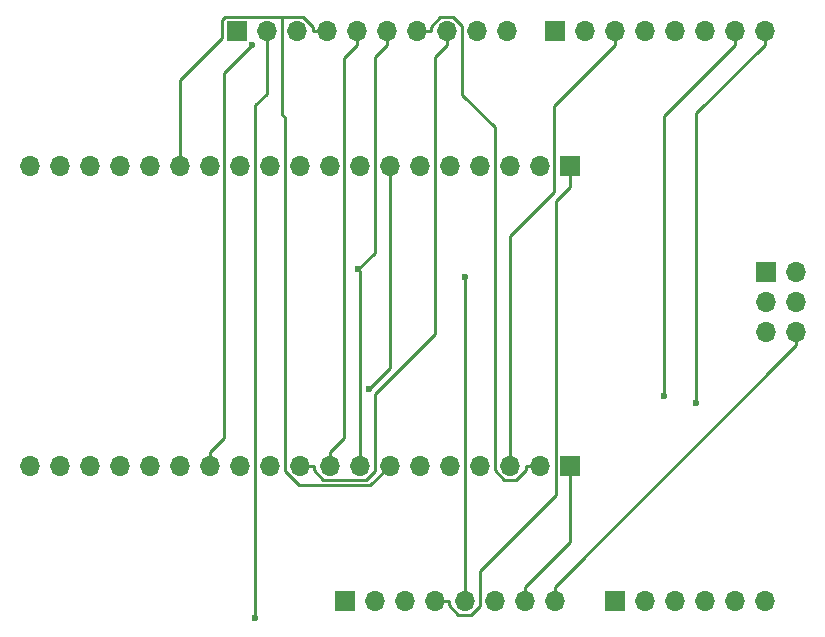
<source format=gbr>
%TF.GenerationSoftware,KiCad,Pcbnew,9.0.0*%
%TF.CreationDate,2025-03-17T21:04:26+02:00*%
%TF.ProjectId,dragino_esp,64726167-696e-46f5-9f65-73702e6b6963,rev?*%
%TF.SameCoordinates,Original*%
%TF.FileFunction,Copper,L2,Bot*%
%TF.FilePolarity,Positive*%
%FSLAX46Y46*%
G04 Gerber Fmt 4.6, Leading zero omitted, Abs format (unit mm)*
G04 Created by KiCad (PCBNEW 9.0.0) date 2025-03-17 21:04:26*
%MOMM*%
%LPD*%
G01*
G04 APERTURE LIST*
%TA.AperFunction,ComponentPad*%
%ADD10O,1.700000X1.700000*%
%TD*%
%TA.AperFunction,ComponentPad*%
%ADD11R,1.700000X1.700000*%
%TD*%
%TA.AperFunction,ViaPad*%
%ADD12C,0.600000*%
%TD*%
%TA.AperFunction,Conductor*%
%ADD13C,0.250000*%
%TD*%
G04 APERTURE END LIST*
D10*
%TO.P,J7,19,Pin_19*%
%TO.N,/CLK!*%
X101270000Y-86010000D03*
%TO.P,J7,18,Pin_18*%
%TO.N,/D0!*%
X103810000Y-86010000D03*
%TO.P,J7,17,Pin_17*%
%TO.N,/D1!*%
X106350000Y-86010000D03*
%TO.P,J7,16,Pin_16*%
%TO.N,DO_A*%
X108890000Y-86010000D03*
%TO.P,J7,15,Pin_15*%
%TO.N,DIO0*%
X111430000Y-86010000D03*
%TO.P,J7,14,Pin_14*%
%TO.N,/0*%
X113970000Y-86010000D03*
%TO.P,J7,13,Pin_13*%
%TO.N,D4*%
X116510000Y-86010000D03*
%TO.P,J7,12,Pin_12*%
%TO.N,SX_TX_ESP_RX*%
X119050000Y-86010000D03*
%TO.P,J7,11,Pin_11*%
%TO.N,SX_RX_ESP_TX*%
X121590000Y-86010000D03*
%TO.P,J7,10,Pin_10*%
%TO.N,CS_A*%
X124130000Y-86010000D03*
%TO.P,J7,9,Pin_9*%
%TO.N,CLK_B*%
X126670000Y-86010000D03*
%TO.P,J7,8,Pin_8*%
%TO.N,DO_A*%
X129210000Y-86010000D03*
%TO.P,J7,7,Pin_7*%
%TO.N,GND*%
X131750000Y-86010000D03*
%TO.P,J7,6,Pin_6*%
%TO.N,1PPS*%
X134290000Y-86010000D03*
%TO.P,J7,5,Pin_5*%
%TO.N,/RX*%
X136830000Y-86010000D03*
%TO.P,J7,4,Pin_4*%
%TO.N,/TX*%
X139370000Y-86010000D03*
%TO.P,J7,3,Pin_3*%
%TO.N,D5*%
X141910000Y-86010000D03*
%TO.P,J7,2,Pin_2*%
%TO.N,DI_B*%
X144450000Y-86010000D03*
D11*
%TO.P,J7,1,Pin_1*%
%TO.N,GND*%
X146990000Y-86010000D03*
%TD*%
%TO.P,J1,1,Pin_1*%
%TO.N,unconnected-(J1-Pin_1-Pad1)*%
X127940000Y-97460000D03*
D10*
%TO.P,J1,2,Pin_2*%
%TO.N,/IOREF*%
X130480000Y-97460000D03*
%TO.P,J1,3,Pin_3*%
%TO.N,/~{RESET}*%
X133020000Y-97460000D03*
%TO.P,J1,4,Pin_4*%
%TO.N,+3.3V*%
X135560000Y-97460000D03*
%TO.P,J1,5,Pin_5*%
%TO.N,+5V*%
X138100000Y-97460000D03*
%TO.P,J1,6,Pin_6*%
%TO.N,GND*%
X140640000Y-97460000D03*
%TO.P,J1,7,Pin_7*%
X143180000Y-97460000D03*
%TO.P,J1,8,Pin_8*%
%TO.N,VCC*%
X145720000Y-97460000D03*
%TD*%
D11*
%TO.P,J3,1,Pin_1*%
%TO.N,/A0*%
X150800000Y-97460000D03*
D10*
%TO.P,J3,2,Pin_2*%
%TO.N,/A1*%
X153340000Y-97460000D03*
%TO.P,J3,3,Pin_3*%
%TO.N,/A2*%
X155880000Y-97460000D03*
%TO.P,J3,4,Pin_4*%
%TO.N,1PPS*%
X158420000Y-97460000D03*
%TO.P,J3,5,Pin_5*%
%TO.N,/SDA{slash}A4*%
X160960000Y-97460000D03*
%TO.P,J3,6,Pin_6*%
%TO.N,/SCL{slash}A5*%
X163500000Y-97460000D03*
%TD*%
D11*
%TO.P,J2,1,Pin_1*%
%TO.N,/SCL{slash}A5*%
X118796000Y-49200000D03*
D10*
%TO.P,J2,2,Pin_2*%
%TO.N,/SDA{slash}A4*%
X121336000Y-49200000D03*
%TO.P,J2,3,Pin_3*%
%TO.N,/AREF*%
X123876000Y-49200000D03*
%TO.P,J2,4,Pin_4*%
%TO.N,GND*%
X126416000Y-49200000D03*
%TO.P,J2,5,Pin_5*%
%TO.N,CLK_B*%
X128956000Y-49200000D03*
%TO.P,J2,6,Pin_6*%
%TO.N,DO_A*%
X131496000Y-49200000D03*
%TO.P,J2,7,Pin_7*%
%TO.N,DI_B*%
X134036000Y-49200000D03*
%TO.P,J2,8,Pin_8*%
%TO.N,CS_A*%
X136576000Y-49200000D03*
%TO.P,J2,9,Pin_9*%
%TO.N,RESET*%
X139116000Y-49200000D03*
%TO.P,J2,10,Pin_10*%
%TO.N,DIO5*%
X141656000Y-49200000D03*
%TD*%
D11*
%TO.P,J4,1,Pin_1*%
%TO.N,DIO2*%
X145720000Y-49200000D03*
D10*
%TO.P,J4,2,Pin_2*%
%TO.N,DIO1*%
X148260000Y-49200000D03*
%TO.P,J4,3,Pin_3*%
%TO.N,D5*%
X150800000Y-49200000D03*
%TO.P,J4,4,Pin_4*%
%TO.N,D4*%
X153340000Y-49200000D03*
%TO.P,J4,5,Pin_5*%
%TO.N,/\u002A3*%
X155880000Y-49200000D03*
%TO.P,J4,6,Pin_6*%
%TO.N,DIO0*%
X158420000Y-49200000D03*
%TO.P,J4,7,Pin_7*%
%TO.N,SX_TX_ESP_RX*%
X160960000Y-49200000D03*
%TO.P,J4,8,Pin_8*%
%TO.N,SX_RX_ESP_TX*%
X163500000Y-49200000D03*
%TD*%
D11*
%TO.P,J5,1,Pin_1*%
%TO.N,DO_A*%
X163600000Y-69570000D03*
D10*
%TO.P,J5,2,Pin_2*%
%TO.N,CLK_A*%
X166140000Y-69570000D03*
%TO.P,J5,3,Pin_3*%
%TO.N,/RST*%
X163600000Y-72110000D03*
%TO.P,J5,4,Pin_4*%
%TO.N,GND*%
X166140000Y-72110000D03*
%TO.P,J5,5,Pin_5*%
%TO.N,CLK_B*%
X163600000Y-74650000D03*
%TO.P,J5,6,Pin_6*%
%TO.N,VCC*%
X166140000Y-74650000D03*
%TD*%
D11*
%TO.P,J6,1,Pin_1*%
%TO.N,+3.3V*%
X146990000Y-60650000D03*
D10*
%TO.P,J6,2,Pin_2*%
%TO.N,/EN*%
X144450000Y-60650000D03*
%TO.P,J6,3,Pin_3*%
%TO.N,/VP*%
X141910000Y-60650000D03*
%TO.P,J6,4,Pin_4*%
%TO.N,/VN*%
X139370000Y-60650000D03*
%TO.P,J6,5,Pin_5*%
%TO.N,/34*%
X136830000Y-60650000D03*
%TO.P,J6,6,Pin_6*%
%TO.N,/35*%
X134290000Y-60650000D03*
%TO.P,J6,7,Pin_7*%
%TO.N,DIO0*%
X131750000Y-60650000D03*
%TO.P,J6,8,Pin_8*%
%TO.N,DIO1*%
X129210000Y-60650000D03*
%TO.P,J6,9,Pin_9*%
%TO.N,DIO2*%
X126670000Y-60650000D03*
%TO.P,J6,10,Pin_10*%
%TO.N,DIO5*%
X124130000Y-60650000D03*
%TO.P,J6,11,Pin_11*%
%TO.N,RESET*%
X121590000Y-60650000D03*
%TO.P,J6,12,Pin_12*%
%TO.N,CLK_A*%
X119050000Y-60650000D03*
%TO.P,J6,13,Pin_13*%
%TO.N,DO_A*%
X116510000Y-60650000D03*
%TO.P,J6,14,Pin_14*%
%TO.N,GND*%
X113970000Y-60650000D03*
%TO.P,J6,15,Pin_15*%
%TO.N,CLK_B*%
X111430000Y-60650000D03*
%TO.P,J6,16,Pin_16*%
%TO.N,/!D2*%
X108890000Y-60650000D03*
%TO.P,J6,17,Pin_17*%
%TO.N,/!D3*%
X106350000Y-60650000D03*
%TO.P,J6,18,Pin_18*%
%TO.N,/!CMD*%
X103810000Y-60650000D03*
%TO.P,J6,19,Pin_19*%
%TO.N,+5V*%
X101270000Y-60650000D03*
%TD*%
D12*
%TO.N,+5V*%
X138100000Y-70025000D03*
%TO.N,/SDA{slash}A4*%
X120378900Y-98928800D03*
%TO.N,DO_A*%
X129066300Y-69398300D03*
%TO.N,DIO0*%
X130009100Y-79489700D03*
%TO.N,SX_TX_ESP_RX*%
X154970200Y-80080100D03*
%TO.N,SX_RX_ESP_TX*%
X157716500Y-80729400D03*
%TO.N,D4*%
X120083200Y-50376700D03*
%TD*%
D13*
%TO.N,GND*%
X117552300Y-48242100D02*
X117771100Y-48023300D01*
X122669500Y-48023300D02*
X124430400Y-48023300D01*
X113970000Y-60650000D02*
X113970000Y-53345200D01*
X122669500Y-56282500D02*
X122860000Y-56473000D01*
X122860000Y-56473000D02*
X122860000Y-86471300D01*
X143180000Y-97460000D02*
X143180000Y-96283300D01*
X122860000Y-86471300D02*
X124045000Y-87656300D01*
X117771100Y-48023300D02*
X122669500Y-48023300D01*
X125239300Y-48832200D02*
X125239300Y-49200000D01*
X146990000Y-86010000D02*
X146990000Y-92473300D01*
X113970000Y-53345200D02*
X117552300Y-49762900D01*
X124430400Y-48023300D02*
X125239300Y-48832200D01*
X126416000Y-49200000D02*
X125239300Y-49200000D01*
X122669500Y-48023300D02*
X122669500Y-56282500D01*
X146990000Y-92473300D02*
X143180000Y-96283300D01*
X117552300Y-49762900D02*
X117552300Y-48242100D01*
X130103700Y-87656300D02*
X131750000Y-86010000D01*
X124045000Y-87656300D02*
X130103700Y-87656300D01*
%TO.N,+5V*%
X138100000Y-97460000D02*
X138100000Y-70025000D01*
%TO.N,DI_B*%
X136050400Y-47994600D02*
X137110300Y-47994600D01*
X137876500Y-48760800D02*
X137876500Y-54603300D01*
X135212700Y-48832300D02*
X136050400Y-47994600D01*
X144450000Y-86010000D02*
X143273300Y-86010000D01*
X140640000Y-86411600D02*
X141415100Y-87186700D01*
X143273300Y-86377800D02*
X143273300Y-86010000D01*
X141415100Y-87186700D02*
X142464400Y-87186700D01*
X142464400Y-87186700D02*
X143273300Y-86377800D01*
X134036000Y-49200000D02*
X135212700Y-49200000D01*
X137110300Y-47994600D02*
X137876500Y-48760800D01*
X137876500Y-54603300D02*
X140640000Y-57366800D01*
X135212700Y-49200000D02*
X135212700Y-48832300D01*
X140640000Y-57366800D02*
X140640000Y-86411600D01*
%TO.N,/SDA{slash}A4*%
X121336000Y-54546500D02*
X120378900Y-55503600D01*
X120378900Y-55503600D02*
X120378900Y-98928800D01*
X121336000Y-49200000D02*
X121336000Y-54546500D01*
%TO.N,DO_A*%
X130480000Y-51392700D02*
X131496000Y-50376700D01*
X129066300Y-69398300D02*
X130480000Y-67984600D01*
X129210000Y-69542000D02*
X129066300Y-69398300D01*
X130480000Y-67984600D02*
X130480000Y-51392700D01*
X131496000Y-49200000D02*
X131496000Y-50376700D01*
X129210000Y-86010000D02*
X129210000Y-69542000D01*
%TO.N,CLK_B*%
X127846700Y-83656600D02*
X126670000Y-84833300D01*
X126670000Y-86010000D02*
X126670000Y-84833300D01*
X127846700Y-51486000D02*
X127846700Y-83656600D01*
X128956000Y-50376700D02*
X127846700Y-51486000D01*
X128956000Y-49200000D02*
X128956000Y-50376700D01*
%TO.N,CS_A*%
X135560000Y-74896000D02*
X135560000Y-51392700D01*
X129701100Y-87196000D02*
X130480000Y-86417100D01*
X124130000Y-86010000D02*
X125306700Y-86010000D01*
X135560000Y-51392700D02*
X136576000Y-50376700D01*
X130480000Y-79976000D02*
X135560000Y-74896000D01*
X136576000Y-49200000D02*
X136576000Y-50376700D01*
X130480000Y-86417100D02*
X130480000Y-79976000D01*
X126125000Y-87196000D02*
X129701100Y-87196000D01*
X125306700Y-86377700D02*
X126125000Y-87196000D01*
X125306700Y-86010000D02*
X125306700Y-86377700D01*
%TO.N,DIO0*%
X131750000Y-61826700D02*
X131750000Y-77748800D01*
X131750000Y-60650000D02*
X131750000Y-61826700D01*
X131750000Y-77748800D02*
X130009100Y-79489700D01*
%TO.N,SX_TX_ESP_RX*%
X160960000Y-50376700D02*
X154970200Y-56366500D01*
X154970200Y-56366500D02*
X154970200Y-80080100D01*
X160960000Y-49200000D02*
X160960000Y-50376700D01*
%TO.N,SX_RX_ESP_TX*%
X157716500Y-56160200D02*
X157716500Y-80729400D01*
X163500000Y-50376700D02*
X157716500Y-56160200D01*
X163500000Y-49200000D02*
X163500000Y-50376700D01*
%TO.N,D4*%
X116510000Y-84833300D02*
X117686700Y-83656600D01*
X117686700Y-52773200D02*
X120083200Y-50376700D01*
X117686700Y-83656600D02*
X117686700Y-52773200D01*
X116510000Y-86010000D02*
X116510000Y-84833300D01*
%TO.N,D5*%
X150800000Y-50376700D02*
X145654300Y-55522400D01*
X150800000Y-49200000D02*
X150800000Y-50376700D01*
X141910000Y-66588500D02*
X141910000Y-86010000D01*
X145654300Y-55522400D02*
X145654300Y-62844200D01*
X145654300Y-62844200D02*
X141910000Y-66588500D01*
%TO.N,VCC*%
X166140000Y-74650000D02*
X166140000Y-75826700D01*
X145720000Y-96246700D02*
X145720000Y-97460000D01*
X166140000Y-75826700D02*
X145720000Y-96246700D01*
%TO.N,+3.3V*%
X135560000Y-97460000D02*
X136736700Y-97460000D01*
X145813300Y-88483800D02*
X145813300Y-63588700D01*
X136736700Y-97827800D02*
X137545600Y-98636700D01*
X138613900Y-98636700D02*
X139370000Y-97880600D01*
X146990000Y-62412000D02*
X146990000Y-61826700D01*
X145813300Y-63588700D02*
X146990000Y-62412000D01*
X137545600Y-98636700D02*
X138613900Y-98636700D01*
X136736700Y-97460000D02*
X136736700Y-97827800D01*
X139370000Y-97880600D02*
X139370000Y-94927100D01*
X139370000Y-94927100D02*
X145813300Y-88483800D01*
X146990000Y-60650000D02*
X146990000Y-61826700D01*
%TD*%
M02*

</source>
